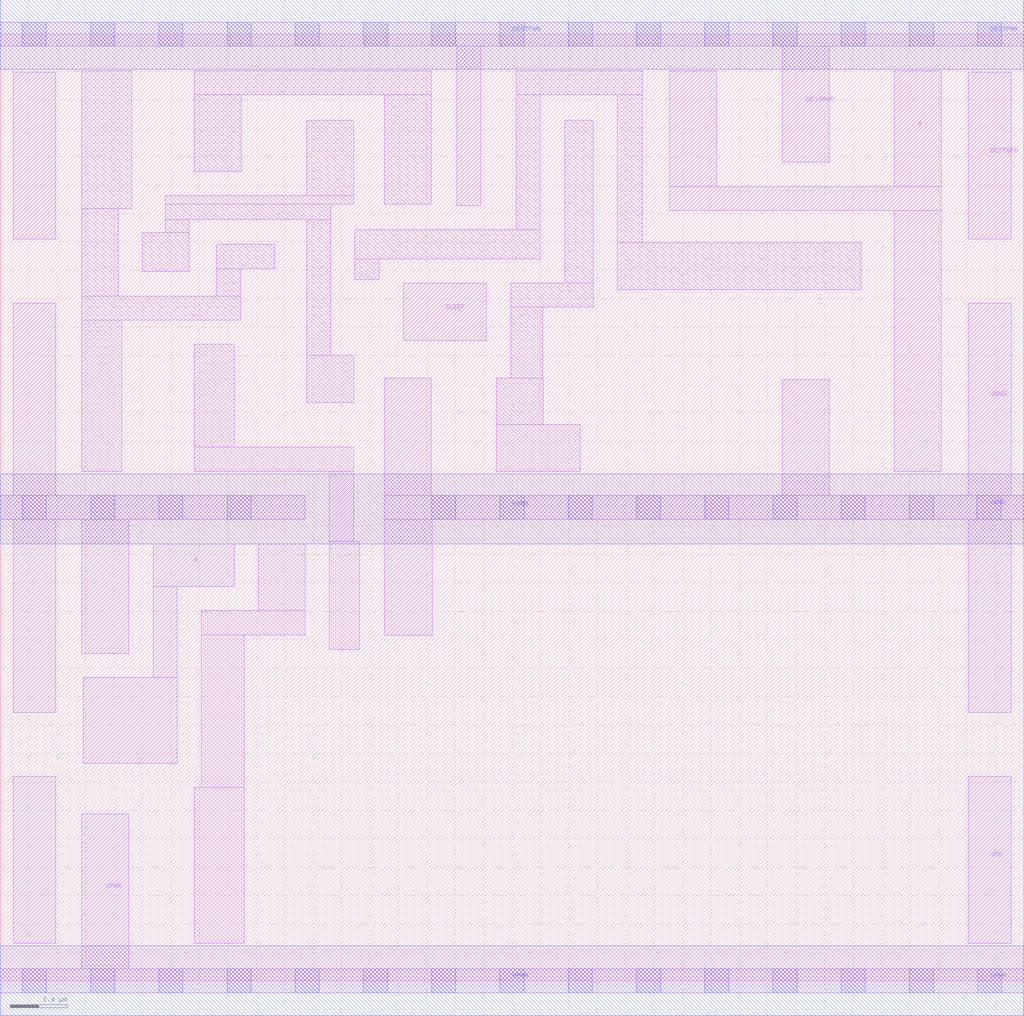
<source format=lef>
# Copyright 2020 The SkyWater PDK Authors
#
# Licensed under the Apache License, Version 2.0 (the "License");
# you may not use this file except in compliance with the License.
# You may obtain a copy of the License at
#
#     https://www.apache.org/licenses/LICENSE-2.0
#
# Unless required by applicable law or agreed to in writing, software
# distributed under the License is distributed on an "AS IS" BASIS,
# WITHOUT WARRANTIES OR CONDITIONS OF ANY KIND, either express or implied.
# See the License for the specific language governing permissions and
# limitations under the License.
#
# SPDX-License-Identifier: Apache-2.0

VERSION 5.7 ;
  NAMESCASESENSITIVE ON ;
  NOWIREEXTENSIONATPIN ON ;
  DIVIDERCHAR "/" ;
  BUSBITCHARS "[]" ;
UNITS
  DATABASE MICRONS 200 ;
END UNITS
MACRO sky130_fd_sc_lp__lsbufiso1p_lp
  CLASS CORE ;
  SOURCE USER ;
  FOREIGN sky130_fd_sc_lp__lsbufiso1p_lp ;
  ORIGIN  0.000000  0.000000 ;
  SIZE  7.200000 BY  6.660000 ;
  SYMMETRY X Y R90 ;
  SITE unit ;
  PIN A
    ANTENNAGATEAREA  0.678000 ;
    DIRECTION INPUT ;
    USE SIGNAL ;
    PORT
      LAYER li1 ;
        RECT 0.585000 1.530000 1.245000 2.135000 ;
        RECT 1.075000 2.135000 1.245000 2.775000 ;
        RECT 1.075000 2.775000 1.645000 3.075000 ;
    END
  END A
  PIN SLEEP
    ANTENNAGATEAREA  0.576000 ;
    DIRECTION INPUT ;
    USE SIGNAL ;
    PORT
      LAYER li1 ;
        RECT 2.835000 4.505000 3.420000 4.910000 ;
    END
  END SLEEP
  PIN X
    ANTENNADIFFAREA  0.772600 ;
    DIRECTION OUTPUT ;
    USE SIGNAL ;
    PORT
      LAYER li1 ;
        RECT 4.710000 5.420000 6.620000 5.590000 ;
        RECT 4.710000 5.590000 5.040000 6.405000 ;
        RECT 6.290000 3.585000 6.620000 5.420000 ;
        RECT 6.290000 5.590000 6.620000 6.405000 ;
    END
  END X
  PIN DESTPWR
    DIRECTION INOUT ;
    USE POWER ;
    PORT
      LAYER li1 ;
        RECT 0.000000 6.575000 7.200000 6.745000 ;
        RECT 3.210000 5.455000 3.380000 6.575000 ;
        RECT 5.500000 5.760000 5.830000 6.575000 ;
      LAYER mcon ;
        RECT 0.155000 6.575000 0.325000 6.745000 ;
        RECT 0.635000 6.575000 0.805000 6.745000 ;
        RECT 1.115000 6.575000 1.285000 6.745000 ;
        RECT 1.595000 6.575000 1.765000 6.745000 ;
        RECT 2.075000 6.575000 2.245000 6.745000 ;
        RECT 2.555000 6.575000 2.725000 6.745000 ;
        RECT 3.035000 6.575000 3.205000 6.745000 ;
        RECT 3.515000 6.575000 3.685000 6.745000 ;
        RECT 3.995000 6.575000 4.165000 6.745000 ;
        RECT 4.475000 6.575000 4.645000 6.745000 ;
        RECT 4.955000 6.575000 5.125000 6.745000 ;
        RECT 5.435000 6.575000 5.605000 6.745000 ;
        RECT 5.915000 6.575000 6.085000 6.745000 ;
        RECT 6.395000 6.575000 6.565000 6.745000 ;
        RECT 6.875000 6.575000 7.045000 6.745000 ;
      LAYER met1 ;
        RECT 0.000000 6.415000 7.200000 6.905000 ;
    END
  END DESTPWR
  PIN DESTVPB
    DIRECTION INOUT ;
    USE POWER ;
    PORT
      LAYER li1 ;
        RECT 0.090000 5.220000 0.390000 6.395000 ;
        RECT 6.810000 5.220000 7.110000 6.395000 ;
    END
  END DESTVPB
  PIN VGND
    DIRECTION INOUT ;
    USE GROUND ;
    PORT
      LAYER li1 ;
        RECT 0.000000 3.245000 2.145000 3.415000 ;
        RECT 0.090000 1.890000 0.390000 3.245000 ;
        RECT 0.090000 3.415000 0.390000 4.770000 ;
        RECT 0.575000 2.305000 0.905000 3.245000 ;
        RECT 2.700000 2.430000 3.040000 3.245000 ;
        RECT 2.700000 3.245000 7.200000 3.415000 ;
        RECT 2.700000 3.415000 3.030000 4.240000 ;
        RECT 5.500000 3.415000 5.830000 4.230000 ;
        RECT 6.810000 1.890000 7.110000 3.245000 ;
        RECT 6.810000 3.415000 7.110000 4.770000 ;
      LAYER mcon ;
        RECT 0.155000 3.245000 0.325000 3.415000 ;
        RECT 0.635000 3.245000 0.805000 3.415000 ;
        RECT 1.115000 3.245000 1.285000 3.415000 ;
        RECT 1.595000 3.245000 1.765000 3.415000 ;
        RECT 3.035000 3.245000 3.205000 3.415000 ;
        RECT 3.515000 3.245000 3.685000 3.415000 ;
        RECT 3.995000 3.245000 4.165000 3.415000 ;
        RECT 4.475000 3.245000 4.645000 3.415000 ;
        RECT 4.955000 3.245000 5.125000 3.415000 ;
        RECT 5.435000 3.245000 5.605000 3.415000 ;
        RECT 5.915000 3.245000 6.085000 3.415000 ;
        RECT 6.395000 3.245000 6.565000 3.415000 ;
        RECT 6.870000 3.245000 7.040000 3.415000 ;
      LAYER met1 ;
        RECT 0.000000 3.075000 7.200000 3.565000 ;
    END
  END VGND
  PIN VPB
    DIRECTION INOUT ;
    USE POWER ;
    PORT
      LAYER li1 ;
        RECT 0.090000 0.265000 0.390000 1.440000 ;
        RECT 6.810000 0.265000 7.110000 1.440000 ;
    END
  END VPB
  PIN VPWR
    DIRECTION INOUT ;
    USE POWER ;
    PORT
      LAYER li1 ;
        RECT 0.000000 -0.085000 7.200000 0.085000 ;
        RECT 0.575000  0.085000 0.905000 1.175000 ;
      LAYER mcon ;
        RECT 0.155000 -0.085000 0.325000 0.085000 ;
        RECT 0.635000 -0.085000 0.805000 0.085000 ;
        RECT 1.115000 -0.085000 1.285000 0.085000 ;
        RECT 1.595000 -0.085000 1.765000 0.085000 ;
        RECT 2.075000 -0.085000 2.245000 0.085000 ;
        RECT 2.555000 -0.085000 2.725000 0.085000 ;
        RECT 3.035000 -0.085000 3.205000 0.085000 ;
        RECT 3.515000 -0.085000 3.685000 0.085000 ;
        RECT 3.995000 -0.085000 4.165000 0.085000 ;
        RECT 4.475000 -0.085000 4.645000 0.085000 ;
        RECT 4.955000 -0.085000 5.125000 0.085000 ;
        RECT 5.435000 -0.085000 5.605000 0.085000 ;
        RECT 5.915000 -0.085000 6.085000 0.085000 ;
        RECT 6.395000 -0.085000 6.565000 0.085000 ;
        RECT 6.875000 -0.085000 7.045000 0.085000 ;
      LAYER met1 ;
        RECT 0.000000 -0.245000 7.200000 0.245000 ;
    END
  END VPWR
  OBS
    LAYER li1 ;
      RECT 0.575000 3.585000 0.855000 4.650000 ;
      RECT 0.575000 4.650000 1.690000 4.820000 ;
      RECT 0.575000 4.820000 0.830000 5.435000 ;
      RECT 0.575000 5.435000 0.925000 6.405000 ;
      RECT 1.000000 4.990000 1.330000 5.265000 ;
      RECT 1.160000 5.265000 1.330000 5.355000 ;
      RECT 1.160000 5.355000 2.325000 5.465000 ;
      RECT 1.160000 5.465000 2.485000 5.525000 ;
      RECT 1.365000 0.265000 1.715000 1.360000 ;
      RECT 1.365000 3.585000 2.485000 3.755000 ;
      RECT 1.365000 3.755000 1.645000 4.480000 ;
      RECT 1.365000 5.695000 1.695000 6.235000 ;
      RECT 1.365000 6.235000 3.030000 6.405000 ;
      RECT 1.415000 1.360000 1.715000 2.435000 ;
      RECT 1.415000 2.435000 2.145000 2.605000 ;
      RECT 1.520000 4.820000 1.690000 5.010000 ;
      RECT 1.520000 5.010000 1.930000 5.185000 ;
      RECT 1.815000 2.605000 2.145000 3.075000 ;
      RECT 2.155000 4.070000 2.485000 4.400000 ;
      RECT 2.155000 4.400000 2.325000 5.355000 ;
      RECT 2.155000 5.525000 2.485000 6.055000 ;
      RECT 2.315000 2.330000 2.530000 3.090000 ;
      RECT 2.315000 3.090000 2.485000 3.585000 ;
      RECT 2.495000 4.935000 2.665000 5.080000 ;
      RECT 2.495000 5.080000 3.800000 5.285000 ;
      RECT 2.700000 5.465000 3.030000 6.235000 ;
      RECT 3.490000 3.585000 4.080000 3.915000 ;
      RECT 3.490000 3.915000 3.820000 4.240000 ;
      RECT 3.590000 4.240000 3.815000 4.740000 ;
      RECT 3.590000 4.740000 4.170000 4.910000 ;
      RECT 3.630000 5.285000 3.800000 6.235000 ;
      RECT 3.630000 6.235000 4.515000 6.405000 ;
      RECT 3.970000 4.910000 4.170000 6.055000 ;
      RECT 4.340000 4.865000 6.055000 5.195000 ;
      RECT 4.340000 5.195000 4.515000 6.235000 ;
  END
END sky130_fd_sc_lp__lsbufiso1p_lp

</source>
